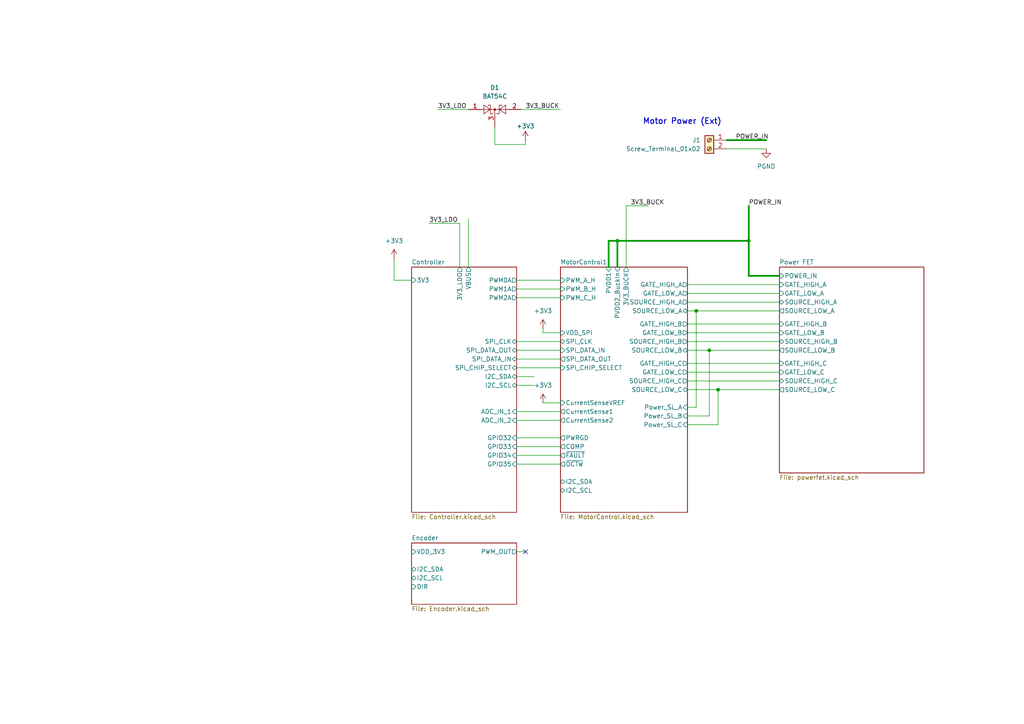
<source format=kicad_sch>
(kicad_sch (version 20250114) (generator "eeschema") (generator_version "9.0")
  (paper "A4")
  (lib_symbols
    (symbol "Connector:Screw_Terminal_01x02" (pin_names (offset 1.016) (hide yes))
      (property "Reference" "J" (at 0 2.54 0))
      (property "Value" "Screw_Terminal_01x02" (at 0 -5.08 0))
      (symbol "Screw_Terminal_01x02_1_1"
        (rectangle (start -1.27 1.27) (end 1.27 -3.81) (stroke (width 0.254)) (fill (type background)))
        (polyline (pts (xy -0.5334 0.3302) (xy 0.3302 -0.508)) (stroke (width 0.1524)))
        (polyline (pts (xy -0.5334 -2.2098) (xy 0.3302 -3.048)) (stroke (width 0.1524)))
        (polyline (pts (xy -0.3556 0.508) (xy 0.508 -0.3302)) (stroke (width 0.1524)))
        (polyline (pts (xy -0.3556 -2.032) (xy 0.508 -2.8702)) (stroke (width 0.1524)))
        (circle (center 0 0) (radius 0.635) (stroke (width 0.1524)))
        (circle (center 0 -2.54) (radius 0.635) (stroke (width 0.1524)))
        (pin passive line (at -5.08 0 0) (length 3.81) (name "Pin_1") (number "1"))
        (pin passive line (at -5.08 -2.54 0) (length 3.81) (name "Pin_2") (number "2"))
      )
    )
    (symbol "Diode:BAT54C" (pin_names (offset 1.016))
      (property "Reference" "D" (at 0.635 -3.81 0))
      (property "Value" "BAT54C" (at -6.35 3.175 0))
      (symbol "BAT54C_0_1"
        (polyline (pts (xy -3.175 -1.27) (xy -3.175 1.27) (xy -1.27 0) (xy -3.175 -1.27)))
        (polyline (pts (xy -1.905 1.27) (xy -1.905 1.016)))
        (polyline (pts (xy -1.905 0) (xy 1.905 0)))
        (polyline (pts (xy -1.27 1.27) (xy -1.905 1.27)))
        (polyline (pts (xy -1.27 1.27) (xy -1.27 -1.27)))
        (polyline (pts (xy -1.27 0) (xy -3.81 0)))
        (polyline (pts (xy -1.27 -1.27) (xy -0.635 -1.27)))
        (polyline (pts (xy -0.635 -1.27) (xy -0.635 -1.016)))
        (circle (center 0 0) (radius 0.254) (fill (type outline)))
        (polyline (pts (xy 0.635 -1.27) (xy 0.635 -1.016)))
        (polyline (pts (xy 1.27 1.27) (xy 1.27 -1.27)))
        (polyline (pts (xy 1.27 1.27) (xy 1.905 1.27)))
        (polyline (pts (xy 1.27 -1.27) (xy 0.635 -1.27)))
        (polyline (pts (xy 1.905 1.27) (xy 1.905 1.016)))
        (polyline (pts (xy 3.175 -1.27) (xy 3.175 1.27) (xy 1.27 0) (xy 3.175 -1.27)))
        (polyline (pts (xy 3.81 0) (xy 1.27 0)))
      )
      (symbol "BAT54C_1_1"
        (pin passive line (at -7.62 0 0) (length 3.81) (name "~") (number "1"))
        (pin passive line (at 0 -5.08 90) (length 5.08) (name "~") (number "3"))
        (pin passive line (at 7.62 0 180) (length 3.81) (name "~") (number "2"))
      )
    )
    (symbol "power:+3V3" (power) (pin_numbers (hide yes)) (pin_names (offset 0) (hide yes))
      (property "Value" "+3V3" (at 0 3.556 0))
      (symbol "+3V3_0_1"
        (polyline (pts (xy -0.762 1.27) (xy 0 2.54)))
        (polyline (pts (xy 0 2.54) (xy 0.762 1.27)))
        (polyline (pts (xy 0 0) (xy 0 2.54)))
      )
      (symbol "+3V3_1_1"
        (pin power_in line (at 0 0 90) (length 0) (name "~") (number "1"))
      )
    )
    (symbol "power:GNDA" (power) (pin_numbers (hide yes)) (pin_names (offset 0) (hide yes))
      (property "Value" "GNDA" (at 0 -3.81 0))
      (symbol "GNDA_0_1"
        (polyline (pts (xy 0 0) (xy 0 -1.27) (xy 1.27 -1.27) (xy 0 -2.54) (xy -1.27 -1.27) (xy 0 -1.27)))
      )
      (symbol "GNDA_1_1"
        (pin power_in line (at 0 0 270) (length 0) (name "~") (number "1"))
      )
    )
  )
  (text "Motor Power (Ext)" (exclude_from_sim yes) (at 197.866 35.306 0) (effects (font (size 1.651 1.651) (thickness 0.254) (bold yes))))
  (junction (at 217.17 69.85))
  (junction (at 208.28 113.03))
  (junction (at 205.74 101.6))
  (junction (at 179.07 69.85))
  (junction (at 201.93 90.17))
  (no_connect (at 152.4 160.02))
  (wire (pts (xy 205.74 101.6) (xy 226.06 101.6)))
  (wire (pts (xy 217.17 59.69) (xy 217.17 69.85)) (stroke (width 0.508)))
  (wire (pts (xy 151.13 31.75) (xy 162.56 31.75)))
  (wire (pts (xy 149.86 127) (xy 162.56 127)))
  (wire (pts (xy 181.61 59.69) (xy 187.96 59.69)))
  (wire (pts (xy 149.86 83.82) (xy 162.56 83.82)))
  (wire (pts (xy 208.28 113.03) (xy 226.06 113.03)))
  (wire (pts (xy 208.28 123.19) (xy 199.39 123.19)))
  (wire (pts (xy 135.89 77.47) (xy 135.89 63.5)))
  (wire (pts (xy 149.86 86.36) (xy 162.56 86.36)))
  (wire (pts (xy 199.39 87.63) (xy 226.06 87.63)))
  (wire (pts (xy 149.86 104.14) (xy 162.56 104.14)))
  (wire (pts (xy 199.39 113.03) (xy 208.28 113.03)))
  (wire (pts (xy 114.3 74.93) (xy 114.3 81.28)))
  (wire (pts (xy 124.46 64.77) (xy 133.35 64.77)))
  (wire (pts (xy 199.39 101.6) (xy 205.74 101.6)))
  (wire (pts (xy 208.28 113.03) (xy 208.28 123.19)))
  (wire (pts (xy 149.86 121.92) (xy 162.56 121.92)))
  (wire (pts (xy 217.17 80.01) (xy 226.06 80.01)) (stroke (width 0.508)))
  (wire (pts (xy 133.35 64.77) (xy 133.35 77.47)))
  (wire (pts (xy 127 31.75) (xy 135.89 31.75)))
  (wire (pts (xy 205.74 120.65) (xy 199.39 120.65)))
  (wire (pts (xy 199.39 85.09) (xy 226.06 85.09)))
  (wire (pts (xy 149.86 106.68) (xy 162.56 106.68)))
  (wire (pts (xy 157.48 95.25) (xy 157.48 96.52)))
  (wire (pts (xy 179.07 69.85) (xy 179.07 77.47)) (stroke (width 0.508)))
  (wire (pts (xy 199.39 107.95) (xy 226.06 107.95)))
  (wire (pts (xy 176.53 69.85) (xy 176.53 77.47)) (stroke (width 0.508)))
  (wire (pts (xy 201.93 118.11) (xy 199.39 118.11)))
  (wire (pts (xy 201.93 90.17) (xy 226.06 90.17)))
  (wire (pts (xy 199.39 105.41) (xy 226.06 105.41)))
  (wire (pts (xy 199.39 90.17) (xy 201.93 90.17)))
  (wire (pts (xy 149.86 132.08) (xy 162.56 132.08)))
  (wire (pts (xy 149.86 119.38) (xy 162.56 119.38)))
  (wire (pts (xy 149.86 109.22) (xy 154.94 109.22)))
  (wire (pts (xy 210.82 43.18) (xy 222.25 43.18)))
  (wire (pts (xy 176.53 69.85) (xy 179.07 69.85)) (stroke (width 0.508)))
  (wire (pts (xy 205.74 101.6) (xy 205.74 120.65)))
  (wire (pts (xy 152.4 41.91) (xy 152.4 40.64)))
  (wire (pts (xy 210.82 40.64) (xy 222.25 40.64)) (stroke (width 0.508)))
  (wire (pts (xy 199.39 82.55) (xy 226.06 82.55)))
  (wire (pts (xy 114.3 81.28) (xy 119.38 81.28)))
  (wire (pts (xy 199.39 110.49) (xy 226.06 110.49)))
  (wire (pts (xy 199.39 93.98) (xy 226.06 93.98)))
  (wire (pts (xy 149.86 99.06) (xy 162.56 99.06)))
  (wire (pts (xy 149.86 101.6) (xy 162.56 101.6)))
  (wire (pts (xy 149.86 134.62) (xy 162.56 134.62)))
  (wire (pts (xy 149.86 160.02) (xy 152.4 160.02)))
  (wire (pts (xy 181.61 59.69) (xy 181.61 77.47)))
  (wire (pts (xy 199.39 99.06) (xy 226.06 99.06)))
  (wire (pts (xy 157.48 96.52) (xy 162.56 96.52)))
  (wire (pts (xy 149.86 81.28) (xy 162.56 81.28)))
  (wire (pts (xy 149.86 111.76) (xy 154.94 111.76)))
  (wire (pts (xy 149.86 129.54) (xy 162.56 129.54)))
  (wire (pts (xy 157.48 116.84) (xy 162.56 116.84)))
  (wire (pts (xy 152.4 41.91) (xy 143.51 41.91)))
  (wire (pts (xy 143.51 41.91) (xy 143.51 36.83)))
  (wire (pts (xy 179.07 69.85) (xy 217.17 69.85)) (stroke (width 0.508)))
  (wire (pts (xy 201.93 90.17) (xy 201.93 118.11)))
  (wire (pts (xy 217.17 69.85) (xy 217.17 80.01)) (stroke (width 0.508)))
  (wire (pts (xy 199.39 96.52) (xy 226.06 96.52)))
  (label "POWER_IN" (at 213.36 40.64 0))
  (label "3V3_BUCK" (at 182.88 59.69 0))
  (label "3V3_BUCK" (at 152.4 31.75 0))
  (label "3V3_LDO" (at 124.46 64.77 0))
  (label "3V3_LDO" (at 127 31.75 0))
  (label "POWER_IN" (at 217.17 59.69 0))
  (symbol (lib_id "power:+3V3") (at 152.4 40.64 0) (unit 1)
    (property "Reference" "#PWR016" (effects (hide yes)))
    (property "Value" "+3V3" (at 152.4 36.576 0))
    (property "Description" "Power symbol creates a global label with name \"+3V3\"" (effects (hide yes)))
  )
  (symbol (lib_id "power:+3V3") (at 114.3 74.93 0) (unit 1)
    (property "Reference" "#PWR011" (effects (hide yes)))
    (property "Value" "+3V3" (at 114.3 69.85 0))
    (property "Description" "Power symbol creates a global label with name \"+3V3\"" (effects (hide yes)))
  )
  (symbol (lib_id "power:+3V3") (at 157.48 116.84 0) (mirror y) (unit 1)
    (property "Reference" "#PWR012" (effects (hide yes)))
    (property "Value" "+3V3" (at 157.48 111.76 0))
    (property "Description" "Power symbol creates a global label with name \"+3V3\"" (effects (hide yes)))
  )
  (symbol (lib_id "power:+3V3") (at 157.48 95.25 0) (mirror y) (unit 1)
    (property "Reference" "#PWR02" (effects (hide yes)))
    (property "Value" "+3V3" (at 157.48 90.17 0))
    (property "Description" "Power symbol creates a global label with name \"+3V3\"" (effects (hide yes)))
  )
  (symbol (lib_id "Diode:BAT54C") (at 143.51 31.75 0) (unit 1)
    (property "Reference" "D1" (at 143.51 25.4 0))
    (property "Value" "BAT54C" (at 143.51 27.94 0))
    (property "Footprint" "Package_TO_SOT_SMD:SOT-23" (effects (hide yes)))
    (property "Datasheet" "http://www.diodes.com/_files/datasheets/ds11005.pdf" (effects (hide yes)))
    (property "Description" "dual schottky barrier diode, common cathode" (effects (hide yes)))
  )
  (symbol (lib_id "power:GNDA") (at 222.25 43.18 0) (unit 1)
    (property "Reference" "#PWR01" (effects (hide yes)))
    (property "Value" "PGND" (at 222.25 48.26 0))
    (property "Description" "Power symbol creates a global label with name \"GNDA\" , analog ground" (effects (hide yes)))
  )
  (symbol (lib_id "Connector:Screw_Terminal_01x02") (at 205.74 40.64 0) (mirror y) (unit 1)
    (property "Reference" "J1" (at 203.2 40.6399 0) (effects (justify left)))
    (property "Value" "Screw_Terminal_01x02" (at 203.2 43.1799 0) (effects (justify left)))
    (property "Footprint" "TerminalBlock_TE-Connectivity:TerminalBlock_TE_282834-2_1x02_P2.54mm_Horizontal" (effects (hide yes)))
    (property "Description" "Generic screw terminal, single row, 01x02, script generated (kicad-library-utils/schlib/autogen/connector/)" (effects (hide yes)))
  )
  (sheet (at 119.38 77.47) (size 30.48 71.12) (stroke (width 0.1524))
    (property "Sheetname" "Controller" (at 119.38 76.7584 0) (effects (justify left bottom)))
    (property "Sheetfile" "Controller.kicad_sch" (at 119.38 149.1746 0) (effects (justify left top)))
    (pin "PWM0A" output (at 149.86 81.28 0))
    (pin "PWM1A" output (at 149.86 83.82 0))
    (pin "PWM2A" output (at 149.86 86.36 0))
    (pin "I2C_SDA" bidirectional (at 149.86 109.22 0))
    (pin "I2C_SCL" bidirectional (at 149.86 111.76 0))
    (pin "SPI_CLK" bidirectional (at 149.86 99.06 0))
    (pin "SPI_DATA_IN" bidirectional (at 149.86 104.14 0))
    (pin "SPI_DATA_OUT" bidirectional (at 149.86 101.6 0))
    (pin "SPI_CHIP_SELECT" bidirectional (at 149.86 106.68 0))
    (pin "ADC_IN_1" input (at 149.86 119.38 0))
    (pin "ADC_IN_2" input (at 149.86 121.92 0))
    (pin "3V3" input (at 119.38 81.28 180))
    (pin "GPIO33" input (at 149.86 129.54 0))
    (pin "GPIO32" input (at 149.86 127 0))
    (pin "GPIO34" input (at 149.86 132.08 0))
    (pin "GPIO35" input (at 149.86 134.62 0))
    (pin "VBUS" output (at 135.89 77.47 90))
    (pin "3V3_LDO" output (at 133.35 77.47 90))
  )
  (sheet (at 162.56 77.47) (size 36.83 71.12) (stroke (width 0.1524))
    (property "Sheetname" "MotorControl1" (at 162.56 76.7584 0) (effects (justify left bottom)))
    (property "Sheetfile" "MotorControl.kicad_sch" (at 162.56 149.1746 0) (effects (justify left top)))
    (pin "PWM_A_H" input (at 162.56 81.28 180))
    (pin "PWM_B_H" input (at 162.56 83.82 180))
    (pin "PWM_C_H" input (at 162.56 86.36 180))
    (pin "SPI_CLK" bidirectional (at 162.56 99.06 180))
    (pin "SPI_DATA_IN" input (at 162.56 101.6 180))
    (pin "SPI_DATA_OUT" output (at 162.56 104.14 180))
    (pin "SPI_CHIP_SELECT" input (at 162.56 106.68 180))
    (pin "CurrentSense1" output (at 162.56 119.38 180))
    (pin "CurrentSense2" output (at 162.56 121.92 180))
    (pin "GATE_HIGH_B" output (at 199.39 93.98 0))
    (pin "GATE_HIGH_C" output (at 199.39 105.41 0))
    (pin "GATE_LOW_B" output (at 199.39 96.52 0))
    (pin "GATE_LOW_A" output (at 199.39 85.09 0))
    (pin "GATE_LOW_C" output (at 199.39 107.95 0))
    (pin "GATE_HIGH_A" output (at 199.39 82.55 0))
    (pin "SOURCE_HIGH_A" output (at 199.39 87.63 0))
    (pin "SOURCE_HIGH_B" output (at 199.39 99.06 0))
    (pin "SOURCE_HIGH_C" output (at 199.39 110.49 0))
    (pin "SOURCE_LOW_B" bidirectional (at 199.39 101.6 0))
    (pin "SOURCE_LOW_A" bidirectional (at 199.39 90.17 0))
    (pin "SOURCE_LOW_C" bidirectional (at 199.39 113.03 0))
    (pin "CurrentSenseVREF" input (at 162.56 116.84 180))
    (pin "~{OCTW}" output (at 162.56 134.62 180))
    (pin "~{FAULT}" output (at 162.56 132.08 180))
    (pin "COMP" output (at 162.56 129.54 180))
    (pin "PWRGD" output (at 162.56 127 180))
    (pin "I2C_SDA" bidirectional (at 162.56 139.7 180))
    (pin "I2C_SCL" bidirectional (at 162.56 142.24 180))
    (pin "Power_SL_A" input (at 199.39 118.11 0))
    (pin "Power_SL_B" input (at 199.39 120.65 0))
    (pin "Power_SL_C" input (at 199.39 123.19 0))
    (pin "3V3_BUCK" output (at 181.61 77.47 90))
    (pin "PVDD1" input (at 176.53 77.47 90))
    (pin "PVDD2_BuckIn" input (at 179.07 77.47 90))
    (pin "VDD_SPI" input (at 162.56 96.52 180))
  )
  (sheet (at 119.38 157.48) (size 30.48 17.78) (stroke (width 0.1524))
    (property "Sheetname" "Encoder" (at 119.38 156.7684 0) (effects (justify left bottom)))
    (property "Sheetfile" "Encoder.kicad_sch" (at 119.38 175.8446 0) (effects (justify left top)))
    (pin "VDD_3V3" input (at 119.38 160.02 180))
    (pin "PWM_OUT" output (at 149.86 160.02 0))
    (pin "I2C_SDA" bidirectional (at 119.38 165.1 180))
    (pin "I2C_SCL" bidirectional (at 119.38 167.64 180))
    (pin "DIR" input (at 119.38 170.18 180))
  )
  (sheet (at 226.06 77.47) (size 41.91 59.69) (stroke (width 0.1524))
    (property "Sheetname" "Power FET" (at 226.06 76.7584 0) (effects (justify left bottom)))
    (property "Sheetfile" "powerfet.kicad_sch" (at 226.06 137.7446 0) (effects (justify left top)))
    (pin "SOURCE_LOW_A" output (at 226.06 90.17 180))
    (pin "GATE_HIGH_B" input (at 226.06 93.98 180))
    (pin "GATE_HIGH_A" input (at 226.06 82.55 180))
    (pin "GATE_LOW_A" input (at 226.06 85.09 180))
    (pin "POWER_IN" input (at 226.06 80.01 180))
    (pin "GATE_LOW_B" input (at 226.06 96.52 180))
    (pin "GATE_HIGH_C" input (at 226.06 105.41 180))
    (pin "SOURCE_LOW_C" output (at 226.06 113.03 180))
    (pin "GATE_LOW_C" input (at 226.06 107.95 180))
    (pin "SOURCE_LOW_B" output (at 226.06 101.6 180))
    (pin "SOURCE_HIGH_A" bidirectional (at 226.06 87.63 180))
    (pin "SOURCE_HIGH_B" bidirectional (at 226.06 99.06 180))
    (pin "SOURCE_HIGH_C" bidirectional (at 226.06 110.49 180))
  )
)
</source>
